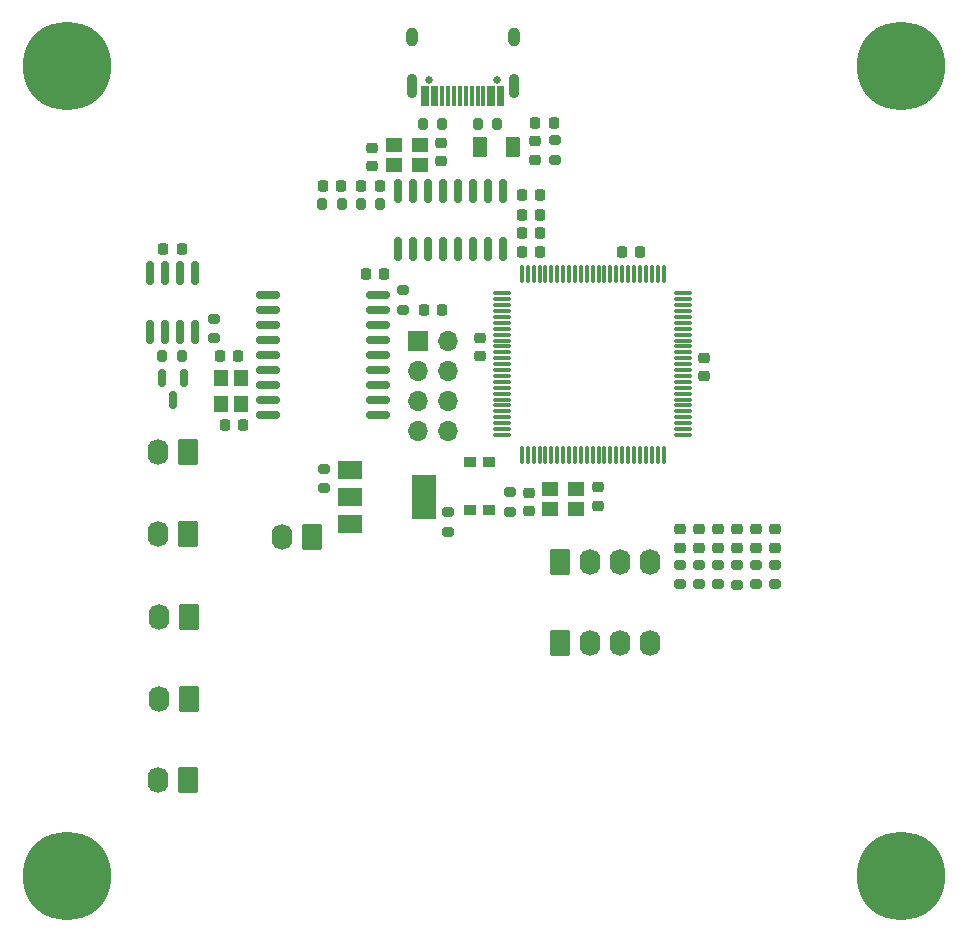
<source format=gbr>
%TF.GenerationSoftware,KiCad,Pcbnew,6.0.4-6f826c9f35~116~ubuntu20.04.1*%
%TF.CreationDate,2022-05-19T11:10:30+03:00*%
%TF.ProjectId,oskar_body_rev1,6f736b61-725f-4626-9f64-795f72657631,rev?*%
%TF.SameCoordinates,Original*%
%TF.FileFunction,Soldermask,Top*%
%TF.FilePolarity,Negative*%
%FSLAX46Y46*%
G04 Gerber Fmt 4.6, Leading zero omitted, Abs format (unit mm)*
G04 Created by KiCad (PCBNEW 6.0.4-6f826c9f35~116~ubuntu20.04.1) date 2022-05-19 11:10:30*
%MOMM*%
%LPD*%
G01*
G04 APERTURE LIST*
G04 Aperture macros list*
%AMRoundRect*
0 Rectangle with rounded corners*
0 $1 Rounding radius*
0 $2 $3 $4 $5 $6 $7 $8 $9 X,Y pos of 4 corners*
0 Add a 4 corners polygon primitive as box body*
4,1,4,$2,$3,$4,$5,$6,$7,$8,$9,$2,$3,0*
0 Add four circle primitives for the rounded corners*
1,1,$1+$1,$2,$3*
1,1,$1+$1,$4,$5*
1,1,$1+$1,$6,$7*
1,1,$1+$1,$8,$9*
0 Add four rect primitives between the rounded corners*
20,1,$1+$1,$2,$3,$4,$5,0*
20,1,$1+$1,$4,$5,$6,$7,0*
20,1,$1+$1,$6,$7,$8,$9,0*
20,1,$1+$1,$8,$9,$2,$3,0*%
G04 Aperture macros list end*
%ADD10RoundRect,0.225000X-0.225000X-0.250000X0.225000X-0.250000X0.225000X0.250000X-0.225000X0.250000X0*%
%ADD11RoundRect,0.200000X0.275000X-0.200000X0.275000X0.200000X-0.275000X0.200000X-0.275000X-0.200000X0*%
%ADD12R,2.000000X1.500000*%
%ADD13R,2.000000X3.800000*%
%ADD14RoundRect,0.250000X0.620000X0.845000X-0.620000X0.845000X-0.620000X-0.845000X0.620000X-0.845000X0*%
%ADD15O,1.740000X2.190000*%
%ADD16RoundRect,0.200000X-0.275000X0.200000X-0.275000X-0.200000X0.275000X-0.200000X0.275000X0.200000X0*%
%ADD17RoundRect,0.218750X0.256250X-0.218750X0.256250X0.218750X-0.256250X0.218750X-0.256250X-0.218750X0*%
%ADD18RoundRect,0.250000X-0.620000X-0.845000X0.620000X-0.845000X0.620000X0.845000X-0.620000X0.845000X0*%
%ADD19R,1.000000X0.900000*%
%ADD20R,1.400000X1.200000*%
%ADD21RoundRect,0.150000X-0.150000X0.825000X-0.150000X-0.825000X0.150000X-0.825000X0.150000X0.825000X0*%
%ADD22RoundRect,0.200000X0.200000X0.275000X-0.200000X0.275000X-0.200000X-0.275000X0.200000X-0.275000X0*%
%ADD23RoundRect,0.200000X-0.200000X-0.275000X0.200000X-0.275000X0.200000X0.275000X-0.200000X0.275000X0*%
%ADD24RoundRect,0.250000X-0.375000X-0.625000X0.375000X-0.625000X0.375000X0.625000X-0.375000X0.625000X0*%
%ADD25RoundRect,0.218750X-0.218750X-0.256250X0.218750X-0.256250X0.218750X0.256250X-0.218750X0.256250X0*%
%ADD26RoundRect,0.225000X0.250000X-0.225000X0.250000X0.225000X-0.250000X0.225000X-0.250000X-0.225000X0*%
%ADD27R,1.200000X1.400000*%
%ADD28RoundRect,0.150000X-0.875000X-0.150000X0.875000X-0.150000X0.875000X0.150000X-0.875000X0.150000X0*%
%ADD29RoundRect,0.075000X-0.662500X-0.075000X0.662500X-0.075000X0.662500X0.075000X-0.662500X0.075000X0*%
%ADD30RoundRect,0.075000X-0.075000X-0.662500X0.075000X-0.662500X0.075000X0.662500X-0.075000X0.662500X0*%
%ADD31R,0.300000X1.750000*%
%ADD32C,0.650000*%
%ADD33O,0.900000X2.100000*%
%ADD34O,1.000000X1.600000*%
%ADD35R,1.700000X1.700000*%
%ADD36O,1.700000X1.700000*%
%ADD37C,4.700000*%
%ADD38C,7.500000*%
%ADD39RoundRect,0.150000X-0.150000X0.587500X-0.150000X-0.587500X0.150000X-0.587500X0.150000X0.587500X0*%
%ADD40RoundRect,0.225000X0.225000X0.250000X-0.225000X0.250000X-0.225000X-0.250000X0.225000X-0.250000X0*%
%ADD41RoundRect,0.225000X-0.250000X0.225000X-0.250000X-0.225000X0.250000X-0.225000X0.250000X0.225000X0*%
G04 APERTURE END LIST*
D10*
%TO.C,C15*%
X120891000Y-42418000D03*
X122441000Y-42418000D03*
%TD*%
%TO.C,C18*%
X119748000Y-50165000D03*
X121298000Y-50165000D03*
%TD*%
%TO.C,C17*%
X119748000Y-51689000D03*
X121298000Y-51689000D03*
%TD*%
%TO.C,C16*%
X119735000Y-48514000D03*
X121285000Y-48514000D03*
%TD*%
D11*
%TO.C,R13*%
X113538000Y-77025000D03*
X113538000Y-75375000D03*
%TD*%
%TO.C,R6*%
X102997000Y-73342000D03*
X102997000Y-71692000D03*
%TD*%
D12*
%TO.C,Q1*%
X105181000Y-71741000D03*
D13*
X111481000Y-74041000D03*
D12*
X105181000Y-74041000D03*
X105181000Y-76341000D03*
%TD*%
D14*
%TO.C,J8*%
X101981000Y-77450000D03*
D15*
X99441000Y-77450000D03*
%TD*%
D16*
%TO.C,R5*%
X122605800Y-43879000D03*
X122605800Y-45529000D03*
%TD*%
D17*
%TO.C,D10*%
X120904000Y-45491500D03*
X120904000Y-43916500D03*
%TD*%
D18*
%TO.C,J7*%
X122961400Y-79530700D03*
D15*
X125501400Y-79530700D03*
X128041400Y-79530700D03*
X130581400Y-79530700D03*
%TD*%
D19*
%TO.C,SW1*%
X115354200Y-75202000D03*
X115354200Y-71102000D03*
X116954200Y-71102000D03*
X116954200Y-75202000D03*
%TD*%
D20*
%TO.C,Y2*%
X108934600Y-45943003D03*
X111134600Y-45943003D03*
X111134600Y-44243003D03*
X108934600Y-44243003D03*
%TD*%
D21*
%TO.C,U5*%
X118188000Y-48155203D03*
X116918000Y-48155203D03*
X115648000Y-48155203D03*
X114378000Y-48155203D03*
X113108000Y-48155203D03*
X111838000Y-48155203D03*
X110568000Y-48155203D03*
X109298000Y-48155203D03*
X109298000Y-53105203D03*
X110568000Y-53105203D03*
X111838000Y-53105203D03*
X113108000Y-53105203D03*
X114378000Y-53105203D03*
X115648000Y-53105203D03*
X116918000Y-53105203D03*
X118188000Y-53105203D03*
%TD*%
D22*
%TO.C,R18*%
X107759000Y-49276000D03*
X106109000Y-49276000D03*
%TD*%
%TO.C,R17*%
X104520000Y-49276000D03*
X102870000Y-49276000D03*
%TD*%
%TO.C,R16*%
X117666800Y-42475234D03*
X116016800Y-42475234D03*
%TD*%
D23*
%TO.C,R15*%
X113018600Y-42500634D03*
X111368600Y-42500634D03*
%TD*%
D24*
%TO.C,F1*%
X119029200Y-44431034D03*
X116229200Y-44431034D03*
%TD*%
D25*
%TO.C,D9*%
X106172000Y-47752000D03*
X107747000Y-47752000D03*
%TD*%
%TO.C,D8*%
X102882000Y-47752000D03*
X104457000Y-47752000D03*
%TD*%
D26*
%TO.C,C14*%
X107113600Y-46071203D03*
X107113600Y-44521203D03*
%TD*%
%TO.C,C13*%
X112930200Y-45639403D03*
X112930200Y-44089403D03*
%TD*%
D20*
%TO.C,Y3*%
X122163100Y-75081800D03*
X124363100Y-75081800D03*
X124363100Y-73381800D03*
X122163100Y-73381800D03*
%TD*%
D27*
%TO.C,Y1*%
X94312000Y-63962600D03*
X94312000Y-66162600D03*
X96012000Y-66162600D03*
X96012000Y-63962600D03*
%TD*%
D21*
%TO.C,U3*%
X92049600Y-60070000D03*
X90779600Y-60070000D03*
X89509600Y-60070000D03*
X88239600Y-60070000D03*
X88239600Y-55120000D03*
X89509600Y-55120000D03*
X90779600Y-55120000D03*
X92049600Y-55120000D03*
%TD*%
D28*
%TO.C,U2*%
X98245400Y-56934600D03*
X98245400Y-58204600D03*
X98245400Y-59474600D03*
X98245400Y-60744600D03*
X98245400Y-62014600D03*
X98245400Y-63284600D03*
X98245400Y-64554600D03*
X98245400Y-65824600D03*
X98245400Y-67094600D03*
X107545400Y-67094600D03*
X107545400Y-65824600D03*
X107545400Y-64554600D03*
X107545400Y-63284600D03*
X107545400Y-62014600D03*
X107545400Y-60744600D03*
X107545400Y-59474600D03*
X107545400Y-58204600D03*
X107545400Y-56934600D03*
%TD*%
D29*
%TO.C,U1*%
X118092900Y-56814200D03*
X118092900Y-57314200D03*
X118092900Y-57814200D03*
X118092900Y-58314200D03*
X118092900Y-58814200D03*
X118092900Y-59314200D03*
X118092900Y-59814200D03*
X118092900Y-60314200D03*
X118092900Y-60814200D03*
X118092900Y-61314200D03*
X118092900Y-61814200D03*
X118092900Y-62314200D03*
X118092900Y-62814200D03*
X118092900Y-63314200D03*
X118092900Y-63814200D03*
X118092900Y-64314200D03*
X118092900Y-64814200D03*
X118092900Y-65314200D03*
X118092900Y-65814200D03*
X118092900Y-66314200D03*
X118092900Y-66814200D03*
X118092900Y-67314200D03*
X118092900Y-67814200D03*
X118092900Y-68314200D03*
X118092900Y-68814200D03*
D30*
X119755400Y-70476700D03*
X120255400Y-70476700D03*
X120755400Y-70476700D03*
X121255400Y-70476700D03*
X121755400Y-70476700D03*
X122255400Y-70476700D03*
X122755400Y-70476700D03*
X123255400Y-70476700D03*
X123755400Y-70476700D03*
X124255400Y-70476700D03*
X124755400Y-70476700D03*
X125255400Y-70476700D03*
X125755400Y-70476700D03*
X126255400Y-70476700D03*
X126755400Y-70476700D03*
X127255400Y-70476700D03*
X127755400Y-70476700D03*
X128255400Y-70476700D03*
X128755400Y-70476700D03*
X129255400Y-70476700D03*
X129755400Y-70476700D03*
X130255400Y-70476700D03*
X130755400Y-70476700D03*
X131255400Y-70476700D03*
X131755400Y-70476700D03*
D29*
X133417900Y-68814200D03*
X133417900Y-68314200D03*
X133417900Y-67814200D03*
X133417900Y-67314200D03*
X133417900Y-66814200D03*
X133417900Y-66314200D03*
X133417900Y-65814200D03*
X133417900Y-65314200D03*
X133417900Y-64814200D03*
X133417900Y-64314200D03*
X133417900Y-63814200D03*
X133417900Y-63314200D03*
X133417900Y-62814200D03*
X133417900Y-62314200D03*
X133417900Y-61814200D03*
X133417900Y-61314200D03*
X133417900Y-60814200D03*
X133417900Y-60314200D03*
X133417900Y-59814200D03*
X133417900Y-59314200D03*
X133417900Y-58814200D03*
X133417900Y-58314200D03*
X133417900Y-57814200D03*
X133417900Y-57314200D03*
X133417900Y-56814200D03*
D30*
X131755400Y-55151700D03*
X131255400Y-55151700D03*
X130755400Y-55151700D03*
X130255400Y-55151700D03*
X129755400Y-55151700D03*
X129255400Y-55151700D03*
X128755400Y-55151700D03*
X128255400Y-55151700D03*
X127755400Y-55151700D03*
X127255400Y-55151700D03*
X126755400Y-55151700D03*
X126255400Y-55151700D03*
X125755400Y-55151700D03*
X125255400Y-55151700D03*
X124755400Y-55151700D03*
X124255400Y-55151700D03*
X123755400Y-55151700D03*
X123255400Y-55151700D03*
X122755400Y-55151700D03*
X122255400Y-55151700D03*
X121755400Y-55151700D03*
X121255400Y-55151700D03*
X120755400Y-55151700D03*
X120255400Y-55151700D03*
X119755400Y-55151700D03*
%TD*%
D11*
%TO.C,R12*%
X141198600Y-79820000D03*
X141198600Y-81470000D03*
%TD*%
%TO.C,R11*%
X139606800Y-79803300D03*
X139606800Y-81453300D03*
%TD*%
%TO.C,R10*%
X138013800Y-79821900D03*
X138013800Y-81471900D03*
%TD*%
%TO.C,R9*%
X136383200Y-79821300D03*
X136383200Y-81471300D03*
%TD*%
%TO.C,R8*%
X134757000Y-79809200D03*
X134757000Y-81459200D03*
%TD*%
%TO.C,R7*%
X133172200Y-79820100D03*
X133172200Y-81470100D03*
%TD*%
D16*
%TO.C,R4*%
X109677200Y-56566800D03*
X109677200Y-58216800D03*
%TD*%
D22*
%TO.C,R3*%
X90969600Y-62141600D03*
X89319600Y-62141600D03*
%TD*%
D11*
%TO.C,R2*%
X93675200Y-58979800D03*
X93675200Y-60629800D03*
%TD*%
%TO.C,R1*%
X118795800Y-75297800D03*
X118795800Y-73647800D03*
%TD*%
D14*
%TO.C,J57*%
X91490800Y-70289600D03*
D15*
X88950800Y-70289600D03*
%TD*%
D18*
%TO.C,J10*%
X122949800Y-86444500D03*
D15*
X125489800Y-86444500D03*
X128029800Y-86444500D03*
X130569800Y-86444500D03*
%TD*%
D14*
%TO.C,J6*%
X91490800Y-77203800D03*
D15*
X88950800Y-77203800D03*
%TD*%
D14*
%TO.C,J5*%
X91541600Y-84188800D03*
D15*
X89001600Y-84188800D03*
%TD*%
D14*
%TO.C,J4*%
X91541600Y-91148400D03*
D15*
X89001600Y-91148400D03*
%TD*%
D31*
%TO.C,J3*%
X111409000Y-40138834D03*
X111709000Y-40138834D03*
X112509000Y-40138834D03*
X112209000Y-40138834D03*
X117009000Y-40138834D03*
X117309000Y-40138834D03*
X117809000Y-40138834D03*
X118109000Y-40138834D03*
X115009000Y-40138834D03*
X116009000Y-40138834D03*
X116509000Y-40138834D03*
X115509000Y-40138834D03*
X113009000Y-40138834D03*
X113509000Y-40138834D03*
X114009000Y-40138834D03*
X114509000Y-40138834D03*
D32*
X111869000Y-38798834D03*
X117649000Y-38798834D03*
D33*
X110439000Y-39298834D03*
X119079000Y-39298834D03*
D34*
X110439000Y-35118834D03*
X119079000Y-35118834D03*
%TD*%
D14*
%TO.C,J2*%
X91490800Y-98031800D03*
D15*
X88950800Y-98031800D03*
%TD*%
D35*
%TO.C,J1*%
X110998000Y-60858400D03*
D36*
X113538000Y-60858400D03*
X110998000Y-63398400D03*
X113538000Y-63398400D03*
X110998000Y-65938400D03*
X113538000Y-65938400D03*
X110998000Y-68478400D03*
X113538000Y-68478400D03*
%TD*%
D37*
%TO.C,H4*%
X81280000Y-106172000D03*
D38*
X81280000Y-106172000D03*
%TD*%
D37*
%TO.C,H3*%
X151892000Y-106172000D03*
D38*
X151892000Y-106172000D03*
%TD*%
D37*
%TO.C,H2*%
X151892000Y-37592000D03*
D38*
X151892000Y-37592000D03*
%TD*%
D37*
%TO.C,H1*%
X81280000Y-37592000D03*
D38*
X81280000Y-37592000D03*
%TD*%
D17*
%TO.C,D7*%
X141198600Y-76784200D03*
X141198600Y-78359200D03*
%TD*%
%TO.C,D6*%
X139598400Y-76784200D03*
X139598400Y-78359200D03*
%TD*%
%TO.C,D5*%
X137998200Y-78359200D03*
X137998200Y-76784200D03*
%TD*%
%TO.C,D4*%
X136372600Y-76784200D03*
X136372600Y-78359200D03*
%TD*%
%TO.C,D3*%
X134772400Y-76784100D03*
X134772400Y-78359100D03*
%TD*%
%TO.C,D2*%
X133172200Y-78359200D03*
X133172200Y-76784200D03*
%TD*%
D39*
%TO.C,D1*%
X91170800Y-63947300D03*
X89270800Y-63947300D03*
X90220800Y-65822300D03*
%TD*%
D10*
%TO.C,C11*%
X89395000Y-53099200D03*
X90945000Y-53099200D03*
%TD*%
D40*
%TO.C,C10*%
X108115400Y-55182000D03*
X106565400Y-55182000D03*
%TD*%
%TO.C,C9*%
X96165600Y-67958200D03*
X94615600Y-67958200D03*
%TD*%
%TO.C,C8*%
X95721400Y-62141600D03*
X94171400Y-62141600D03*
%TD*%
%TO.C,C7*%
X129756200Y-53340000D03*
X128206200Y-53340000D03*
%TD*%
D10*
%TO.C,C6*%
X119773400Y-53314600D03*
X121323400Y-53314600D03*
%TD*%
D40*
%TO.C,C5*%
X113017600Y-58191400D03*
X111467600Y-58191400D03*
%TD*%
D26*
%TO.C,C4*%
X120354900Y-75235400D03*
X120354900Y-73685400D03*
%TD*%
%TO.C,C3*%
X126171500Y-74792200D03*
X126171500Y-73242200D03*
%TD*%
%TO.C,C2*%
X135204200Y-63817800D03*
X135204200Y-62267800D03*
%TD*%
D41*
%TO.C,C1*%
X116255800Y-62116000D03*
X116255800Y-60566000D03*
%TD*%
M02*

</source>
